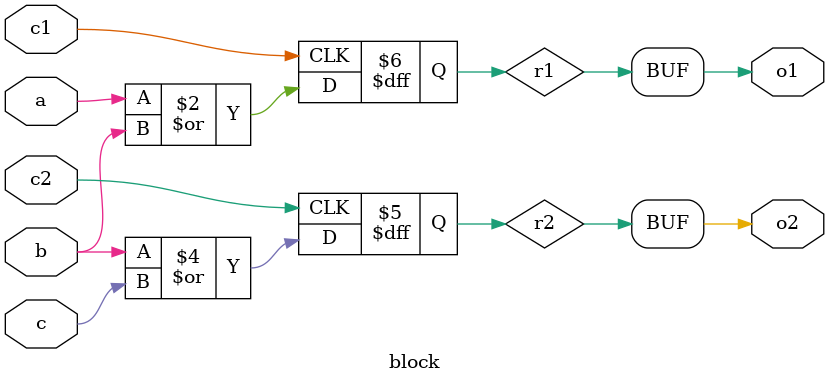
<source format=v>
module block(c1, c2, a, b, c, o1, o2);
	input wire c1;
	input wire c2;
	input wire a;
	input wire b;
	input wire c;
	output wire o1;
	output wire o2;

	reg r1;
	reg r2;
        always @ ( posedge c1 ) begin
                r1 <= a | b;
        end
        always @ ( posedge c2 ) begin
                r2 <= b | c;
        end

	assign o1 = r1;
	assign o2 = r2;
endmodule

</source>
